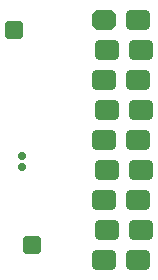
<source format=gbr>
%TF.GenerationSoftware,Altium Limited,Altium Designer,24.8.2 (39)*%
G04 Layer_Color=255*
%FSLAX45Y45*%
%MOMM*%
%TF.SameCoordinates,FBB41CCB-3D8C-4B0B-A071-B3836E82DD1E*%
%TF.FilePolarity,Positive*%
%TF.FileFunction,Pads,Bot*%
%TF.Part,Single*%
G01*
G75*
%TA.AperFunction,ComponentPad*%
G04:AMPARAMS|DCode=14|XSize=1.7mm|YSize=2.1mm|CornerRadius=0mm|HoleSize=0mm|Usage=FLASHONLY|Rotation=270.000|XOffset=0mm|YOffset=0mm|HoleType=Round|Shape=Octagon|*
%AMOCTAGOND14*
4,1,8,1.05000,0.42500,1.05000,-0.42500,0.62500,-0.85000,-0.62500,-0.85000,-1.05000,-0.42500,-1.05000,0.42500,-0.62500,0.85000,0.62500,0.85000,1.05000,0.42500,0.0*
%
%ADD14OCTAGOND14*%

G04:AMPARAMS|DCode=15|XSize=1.7mm|YSize=2.1mm|CornerRadius=0.425mm|HoleSize=0mm|Usage=FLASHONLY|Rotation=270.000|XOffset=0mm|YOffset=0mm|HoleType=Round|Shape=RoundedRectangle|*
%AMROUNDEDRECTD15*
21,1,1.70000,1.25001,0,0,270.0*
21,1,0.85000,2.10000,0,0,270.0*
1,1,0.85000,-0.62500,-0.42500*
1,1,0.85000,-0.62500,0.42500*
1,1,0.85000,0.62500,0.42500*
1,1,0.85000,0.62500,-0.42500*
%
%ADD15ROUNDEDRECTD15*%
G04:AMPARAMS|DCode=16|XSize=1.55mm|YSize=1.6mm|CornerRadius=0.3875mm|HoleSize=0mm|Usage=FLASHONLY|Rotation=270.000|XOffset=0mm|YOffset=0mm|HoleType=Round|Shape=RoundedRectangle|*
%AMROUNDEDRECTD16*
21,1,1.55000,0.82500,0,0,270.0*
21,1,0.77500,1.60000,0,0,270.0*
1,1,0.77500,-0.41250,-0.38750*
1,1,0.77500,-0.41250,0.38750*
1,1,0.77500,0.41250,0.38750*
1,1,0.77500,0.41250,-0.38750*
%
%ADD16ROUNDEDRECTD16*%
%TA.AperFunction,SMDPad,CuDef*%
G04:AMPARAMS|DCode=18|XSize=0.6mm|YSize=0.6mm|CornerRadius=0.15mm|HoleSize=0mm|Usage=FLASHONLY|Rotation=180.000|XOffset=0mm|YOffset=0mm|HoleType=Round|Shape=RoundedRectangle|*
%AMROUNDEDRECTD18*
21,1,0.60000,0.30000,0,0,180.0*
21,1,0.30000,0.60000,0,0,180.0*
1,1,0.30000,-0.15000,0.15000*
1,1,0.30000,0.15000,0.15000*
1,1,0.30000,0.15000,-0.15000*
1,1,0.30000,-0.15000,-0.15000*
%
%ADD18ROUNDEDRECTD18*%
D14*
X1050000Y2328001D02*
D03*
D15*
X1076000Y2074001D02*
D03*
X1050000Y1820001D02*
D03*
X1076000Y1566001D02*
D03*
X1050000Y1312001D02*
D03*
X1076000Y1058001D02*
D03*
X1050000Y804001D02*
D03*
X1344000Y2328001D02*
D03*
X1370000Y2074001D02*
D03*
X1344000Y1820001D02*
D03*
X1370000Y1566001D02*
D03*
X1344000Y1312001D02*
D03*
X1370000Y1058001D02*
D03*
X1344000Y804001D02*
D03*
X1076000Y550001D02*
D03*
X1050000Y296001D02*
D03*
X1370000Y550001D02*
D03*
X1344000Y296001D02*
D03*
D16*
X443001Y419999D02*
D03*
X292999Y2240001D02*
D03*
D18*
X360000Y1080000D02*
D03*
Y1180000D02*
D03*
%TF.MD5,34108c718c61bc9edefe6a3f26f49265*%
M02*

</source>
